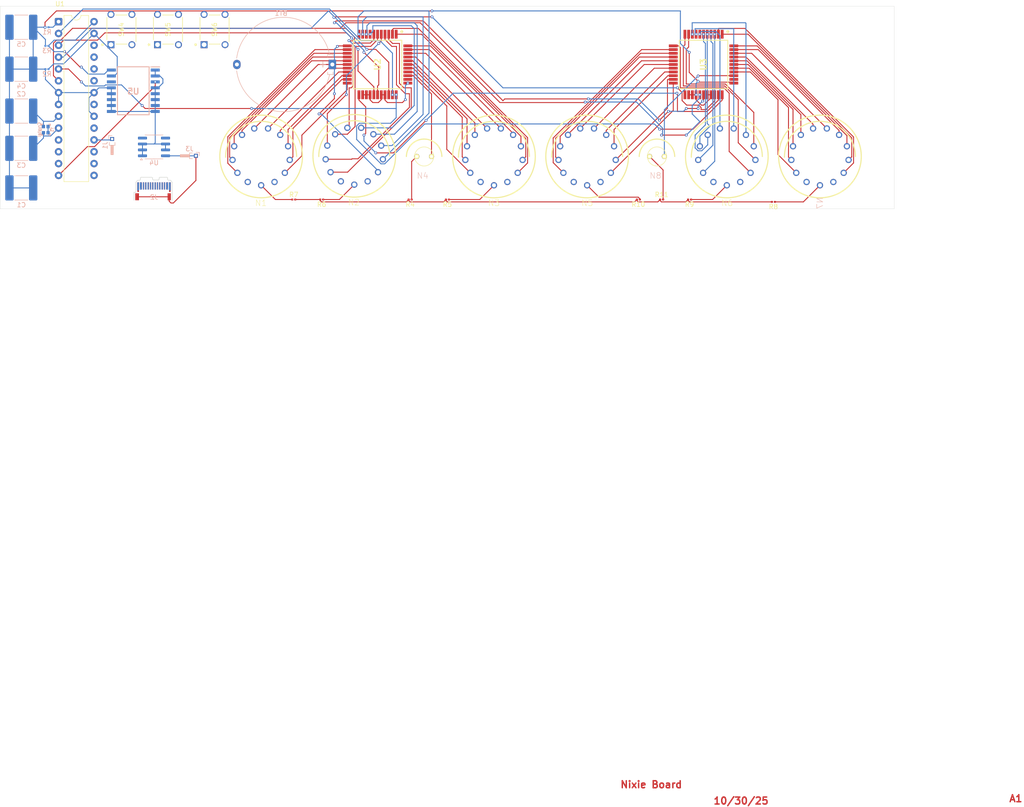
<source format=kicad_pcb>
(kicad_pcb (version 20241229) (generator "pcbnew") (generator_version "9.0")
  (layers (0 "F.Cu" signal) (2 "B.Cu" signal) (13 "F.Paste" user) (15 "B.Paste" user) (5 "F.SilkS" user "F.Silkscreen") (7 "B.SilkS" user "B.Silkscreen") (1 "F.Mask" user) (3 "B.Mask" user) (25 "Edge.Cuts" user))
  (net 0 "")
  (net 1 "Net-(U5-Vbat)")
  (net 2 "+5V")
  (net 3 "Net-(U1-XTAL1{slash}PB6)")
  (net 4 "Net-(U1-XTAL2{slash}PB7)")
  (net 5 "Net-(J1-Pin_1)")
  (net 7 "+12V")
  (net 9 "Net-(J2-VBUS-PadA9)")
  (net 10 "Net-(U2-HV8)")
  (net 11 "Net-(U2-HV9)")
  (net 12 "Net-(U2-HV4)")
  (net 13 "Net-(U2-HV5)")
  (net 15 "Net-(U2-HV1)")
  (net 16 "Net-(U2-HV2)")
  (net 18 "Net-(N1-PadA)")
  (net 19 "Net-(U2-HV6)")
  (net 20 "Net-(U2-HV10)")
  (net 21 "Net-(U2-HV3)")
  (net 22 "Net-(U2-HV7)")
  (net 23 "Net-(U2-HV17)")
  (net 24 "Net-(U2-HV13)")
  (net 25 "Net-(U2-HV15)")
  (net 26 "Net-(U2-HV18)")
  (net 27 "Net-(U2-HV20)")
  (net 29 "Net-(U2-HV16)")
  (net 30 "Net-(U2-HV12)")
  (net 31 "Net-(U2-HV14)")
  (net 32 "Net-(N2-PadA)")
  (net 34 "Net-(U2-HV19)")
  (net 35 "Net-(U2-HV11)")
  (net 37 "Net-(U2-HV28)")
  (net 38 "Net-(U2-HV30)")
  (net 39 "Net-(U2-HV24)")
  (net 40 "Net-(U2-HV22)")
  (net 41 "Net-(N3-PadA)")
  (net 42 "Net-(U2-HV23)")
  (net 43 "Net-(U2-HV26)")
  (net 44 "Net-(U2-HV29)")
  (net 46 "Net-(U2-HV21)")
  (net 47 "Net-(U2-HV25)")
  (net 48 "Net-(U2-HV27)")
  (net 49 "Net-(U2-HV31)")
  (net 50 "Net-(N4-PadA)")
  (net 51 "Net-(U3-HV8)")
  (net 52 "Net-(U3-HV6)")
  (net 54 "Net-(N5-PadA)")
  (net 55 "Net-(U3-HV2)")
  (net 56 "Net-(U3-HV9)")
  (net 57 "Net-(U3-HV5)")
  (net 58 "Net-(U3-HV7)")
  (net 59 "Net-(U3-HV4)")
  (net 61 "Net-(U3-HV3)")
  (net 62 "Net-(U3-HV1)")
  (net 63 "Net-(U3-HV10)")
  (net 65 "Net-(U3-HV13)")
  (net 66 "Net-(U3-HV11)")
  (net 67 "Net-(U3-HV17)")
  (net 68 "Net-(N6-PadA)")
  (net 69 "Net-(U3-HV20)")
  (net 70 "Net-(U3-HV14)")
  (net 71 "Net-(U3-HV19)")
  (net 73 "Net-(U3-HV18)")
  (net 74 "Net-(U3-HV15)")
  (net 75 "Net-(U3-HV16)")
  (net 76 "Net-(U3-HV12)")
  (net 77 "Net-(U3-HV21)")
  (net 78 "Net-(U3-HV26)")
  (net 79 "Net-(U3-HV29)")
  (net 80 "Net-(U3-HV27)")
  (net 81 "Net-(U3-HV22)")
  (net 82 "Net-(U3-HV28)")
  (net 84 "Net-(U3-HV30)")
  (net 85 "Net-(U3-HV24)")
  (net 86 "Net-(N7-PadA)")
  (net 87 "Net-(U3-HV23)")
  (net 88 "Net-(U3-HV25)")
  (net 90 "Net-(N8-PadA)")
  (net 91 "Net-(U3-HV31)")
  (net 92 "Net-(J1-Pin_5)")
  (net 93 "Net-(U1-PC4)")
  (net 94 "Net-(U1-PC5)")
  (net 95 "HT")
  (net 96 "Net-(U1-PD5)")
  (net 97 "Net-(U1-PD6)")
  (net 98 "Net-(U1-PD7)")
  (net 99 "Net-(J1-Pin_4)")
  (net 103 "Net-(U1-PD4)")
  (net 104 "Net-(U1-PB0)")
  (net 107 "Net-(J1-Pin_3)")
  (net 109 "Net-(U1-PD0)")
  (net 110 "Net-(U1-PD2)")
  (net 112 "Net-(U1-PD3)")
  (net 113 "Net-(U1-PD1)")
  (net 114 "Net-(U2-DATAOUT)")
  (footprint "nixies-us:nixies-us-IN-14" (layer "F.Cu") (at 230 54.75)
    (property "Reference" "N7")
    (property "Value" "~")
  )
  (footprint "nixies-us:nixies-us-IN-14" (layer "F.Cu") (at 160 54.75)
    (property "Reference" "N3")
    (property "Value" "~")
  )
  (footprint "Resistor_SMD:R_0201_0603Metric" (layer "F.Cu") (at 220 64.5 180)
    (property "Reference" "R8")
    (property "Value" "27K")
  )
  (footprint "footprints:SW4_1825910-G_TEC" (layer "F.Cu") (at 84 32 90)
    (property "Reference" "SW4")
    (property "Value" "2-1825910-7")
  )
  (footprint "nixies-us:nixies-us-IN-14" (layer "F.Cu") (at 110 54.75)
    (property "Reference" "N1")
    (property "Value" "~")
  )
  (footprint "Resistor_SMD:R_0201_0603Metric" (layer "F.Cu") (at 196 64)
    (property "Reference" "R11")
    (property "Value" "100K")
  )
  (footprint "Resistor_SMD:R_0201_0603Metric" (layer "F.Cu") (at 202 64 180)
    (property "Reference" "R9")
    (property "Value" "27K")
  )
  (footprint "nixies-us:nixies-us-IN-14" (layer "F.Cu") (at 130 54.61)
    (property "Reference" "N2")
    (property "Value" "~")
  )
  (footprint "Resistor_SMD:R_0201_0603Metric" (layer "F.Cu") (at 191 64 180)
    (property "Reference" "R10")
    (property "Value" "27K")
  )
  (footprint "footprints:SW4_1825910-G_TEC" (layer "F.Cu") (at 94 32 90)
    (property "Reference" "SW5")
    (property "Value" "2-1825910-7")
  )
  (footprint "russian-nixies:russian-nixies-IN-3" (layer "F.Cu") (at 145 54.75)
    (property "Reference" "N4")
    (property "Value" "IN-3")
  )
  (footprint "Resistor_SMD:R_0201_0603Metric" (layer "F.Cu") (at 150 64 180)
    (property "Reference" "R5")
    (property "Value" "27K")
  )
  (footprint "HV5622PG-G:QFP80P1390X1390X235-44N" (layer "F.Cu") (at 135 35 -90)
    (property "Reference" "U2")
    (property "Value" "HV5622" (hide yes))
  )
  (footprint "footprints:SW4_1825910-G_TEC" (layer "F.Cu") (at 104 32 90)
    (property "Reference" "SW6")
    (property "Value" "2-1825910-7")
  )
  (footprint "Package_DIP:DIP-28_W7.62mm" (layer "F.Cu") (at 66.5 25.8)
    (property "Reference" "U1")
    (property "Value" "ATmega328P-P")
  )
  (footprint "Resistor_SMD:R_0201_0603Metric" (layer "F.Cu") (at 142 64 180)
    (property "Reference" "R4")
    (property "Value" "100K")
  )
  (footprint "nixies-us:nixies-us-IN-14" (layer "F.Cu") (at 210 54.75)
    (property "Reference" "N6")
    (property "Value" "~")
  )
  (footprint "Resistor_SMD:R_0201_0603Metric" (layer "F.Cu") (at 117 64)
    (property "Reference" "R7")
    (property "Value" "27K")
  )
  (footprint "HV5622PG-G:QFP80P1390X1390X235-44N" (layer "F.Cu") (at 205 35 -90)
    (property "Reference" "U3")
    (property "Value" "HV5622" (hide yes))
  )
  (footprint "nixies-us:nixies-us-IN-14" (layer "F.Cu") (at 180 54.75)
    (property "Reference" "N5")
    (property "Value" "~")
  )
  (footprint "Resistor_SMD:R_0201_0603Metric" (layer "F.Cu") (at 123 64 180)
    (property "Reference" "R6")
    (property "Value" "27K")
  )
  (footprint "russian-nixies:russian-nixies-IN-3" (layer "F.Cu") (at 195 54.75)
    (property "Reference" "N8")
    (property "Value" "IN-3")
  )
  (footprint "Capacitor_SMD:C_2220_5750Metric" (layer "B.Cu") (at 58.5 45 180)
    (property "Reference" "C2")
    (property "Value" "22pF")
  )
  (footprint "DS3231SN#:SOIC127P1032X265-16N" (layer "B.Cu") (at 82.55 40.64 180)
    (property "Reference" "U5")
    (property "Value" "DS3231N" (hide yes))
  )
  (footprint "Capacitor_SMD:C_2220_5750Metric" (layer "B.Cu") (at 58.5 53)
    (property "Reference" "C3")
    (property "Value" "22pF")
  )
  (footprint "Capacitor_SMD:C_2220_5750Metric" (layer "B.Cu") (at 58.5 36)
    (property "Reference" "C4")
    (property "Value" "0.1uF")
  )
  (footprint "Battery:Battery_Panasonic_CR2032-HFN_Horizontal_CircularHoles" (layer "B.Cu") (at 125.295 34.999879 180)
    (property "Reference" "BT1")
    (property "Value" "Battery")
  )
  (footprint "Resistor_SMD:R_0201_0603Metric" (layer "B.Cu") (at 64 27)
    (property "Reference" "R1")
    (property "Value" "10K")
  )
  (footprint "Resistor_SMD:R_0201_0603Metric" (layer "B.Cu") (at 64 31)
    (property "Reference" "R3")
    (property "Value" "7K")
  )
  (footprint "Capacitor_SMD:C_2220_5750Metric" (layer "B.Cu") (at 58.5 27)
    (property "Reference" "C5")
    (property "Value" "0.1uF")
  )
  (footprint "Connector_USB:USB_C_Plug_JAE_DX07P024AJ1" (layer "B.Cu") (at 86.995 62.23)
    (property "Reference" "J2")
    (property "Value" "USB_C_Receptacle_PowerOnly_6P")
    (fp_line (start -4.3 0.2275) (end -3.9 0.2275) (stroke (width 0.1)) (layer "Edge.Cuts"))
    (fp_line (start -4.3 1.93) (end -4.3 0.2275) (stroke (width 0.1)) (layer "Edge.Cuts"))
    (fp_line (start -3.9 -1.9225) (end -3.9 0.2275) (stroke (width 0.1)) (layer "Edge.Cuts"))
    (fp_line (start -3.53 -2.3725) (end -3.9 -1.9225) (stroke (width 0.1)) (layer "Edge.Cuts"))
    (fp_line (start -3.125 -2.3725) (end -3.53 -2.3725) (stroke (width 0.1)) (layer "Edge.Cuts"))
    (fp_line (start -2.925 -2.8225) (end -2.925 -2.5725) (stroke (width 0.1)) (layer "Edge.Cuts"))
    (fp_line (start -0.5 -3.0225) (end -2.725 -3.0225) (stroke (width 0.1)) (layer "Edge.Cuts"))
    (fp_line (start -0.3 -2.6225) (end -0.3 -2.8225) (stroke (width 0.1)) (layer "Edge.Cuts"))
    (fp_line (start -0.1 -2.4225) (end 0.9 -2.4225) (stroke (width 0.1)) (layer "Edge.Cuts"))
    (fp_line (start 1.1 -2.8225) (end 1.1 -2.6225) (stroke (width 0.1)) (layer "Edge.Cuts"))
    (fp_line (start 1.3 -3.0225) (end 2.725 -3.0225) (stroke (width 0.1)) (layer "Edge.Cuts"))
    (fp_line (start 2.925 -2.8225) (end 2.925 -2.5725) (stroke (width 0.1)) (layer "Edge.Cuts"))
    (fp_line (start 3.125 -2.3725) (end 3.575 -2.3725) (stroke (width 0.1)) (layer "Edge.Cuts"))
    (fp_line (start 3.575 -2.3725) (end 3.9 -1.9225) (stroke (width 0.1)) (layer "Edge.Cuts"))
    (fp_line (start 3.9 -1.9225) (end 3.9 1.9175) (stroke (width 0.1)) (layer "Edge.Cuts"))
    (fp_arc (start -2.925 -2.8225) (mid -2.866421 -2.963921) (end -2.725 -3.0225) (stroke (width 0.1)) (layer "Edge.Cuts"))
    (fp_arc (start -2.925 -2.5725) (mid -2.983579 -2.431079) (end -3.125 -2.3725) (stroke (width 0.1)) (layer "Edge.Cuts"))
    (fp_arc (start -0.5 -3.0225) (mid -0.358579 -2.963921) (end -0.3 -2.8225) (stroke (width 0.1)) (layer "Edge.Cuts"))
    (fp_arc (start -0.1 -2.4225) (mid -0.241421 -2.481079) (end -0.3 -2.6225) (stroke (width 0.1)) (layer "Edge.Cuts"))
    (fp_arc (start 1.1 -2.8225) (mid 1.158579 -2.963921) (end 1.3 -3.0225) (stroke (width 0.1)) (layer "Edge.Cuts"))
    (fp_arc (start 1.1 -2.6225) (mid 1.041421 -2.481079) (end 0.9 -2.4225) (stroke (width 0.1)) (layer "Edge.Cuts"))
    (fp_arc (start 2.725 -3.0225) (mid 2.866421 -2.963921) (end 2.925 -2.8225) (stroke (width 0.1)) (layer "Edge.Cuts"))
    (fp_arc (start 3.125 -2.3725) (mid 2.983579 -2.431079) (end 2.925 -2.5725) (stroke (width 0.1)) (layer "Edge.Cuts"))
  )
  (footprint "Connector_PinHeader_1.00mm:PinHeader_1x01_P1.00mm_Horizontal" (layer "B.Cu") (at 95.99 54.61 180)
    (property "Reference" "J3")
    (property "Value" "Conn_01x03")
  )
  (footprint "Capacitor_SMD:C_2220_5750Metric" (layer "B.Cu") (at 58.5 61.5)
    (property "Reference" "C1")
    (property "Value" "0.1uF")
  )
  (footprint "Package_SO:SOIC-8_3.9x4.9mm_P1.27mm" (layer "B.Cu") (at 86.995 52.705)
    (property "Reference" "U4")
    (property "Value" "L78L05_SO8")
  )
  (footprint "nixiemisc:nixiemisc-CRYSTAL-SMD-2.0X1.6MM" (layer "B.Cu") (at 63.75 49 90)
    (property "Reference" "Y1")
    (property "Value" "Crystal")
  )
  (footprint "Resistor_SMD:R_0201_0603Metric" (layer "B.Cu") (at 64 36)
    (property "Reference" "R2")
    (property "Value" "7K")
  )
  (footprint "Connector_PinHeader_1.00mm:PinHeader_1x01_P1.00mm_Horizontal" (layer "B.Cu") (at 78 51 -90)
    (property "Reference" "J1")
    (property "Value" "Conn_02x03_Top_Bottom")
  )
  (gr_rect (start 53.95008 22.5) (end 245.95008 66) (stroke (width 0.05)) (fill no) (layer "Edge.Cuts"))
  (gr_text "A1" (at 270.5 193.5 0) (layer "F.Cu") (effects (font (size 1.5 1.5) (thickness 0.3) (bold yes)) (justify left bottom)))
  (gr_text "Nixie Board" (at 187 190.5 0) (layer "F.Cu") (effects (font (size 1.5 1.5) (thickness 0.3) (bold yes)) (justify left bottom)))
  (gr_text "10/30/25\n" (at 207 194 0) (layer "F.Cu") (effects (font (size 1.5 1.5) (thickness 0.3) (bold yes)) (justify left bottom)))
  (segment (start 203.4 42.597957) (end 203.4 41.5) (width 0.2) (layer "F.Cu") (net 2))
  (segment (start 146.685 23.495) (end 66.04 23.495) (width 0.2) (layer "F.Cu") (net 2))
  (segment (start 201.93 36.698) (end 201.93 32.385) (width 0.2) (layer "F.Cu") (net 2))
  (segment (start 140.335 43.18) (end 140.97 42.545) (width 0.2) (layer "F.Cu") (net 2))
  (segment (start 204.543522 43.741479) (end 203.4 42.597957) (width 0.2) (layer "F.Cu") (net 2))
  (segment (start 204.034 38.802) (end 203.835 38.603) (width 0.2) (layer "F.Cu") (net 2))
  (segment (start 211.302 38.802) (end 204.034 38.802) (width 0.2) (layer "F.Cu") (net 2))
  (segment (start 133.985 43.18) (end 135.172 43.18) (width 0.2) (layer "F.Cu") (net 2))
  (segment (start 137.13 43.18) (end 140.335 43.18) (width 0.2) (layer "F.Cu") (net 2))
  (segment (start 201.8 41.5) (end 202.6 41.5) (width 0.2) (layer "F.Cu") (net 2))
  (segment (start 206.6 42.15) (end 205.008521 43.741479) (width 0.2) (layer "F.Cu") (net 2))
  (segment (start 135.172 43.18) (end 135.8 42.552) (width 0.2) (layer "F.Cu") (net 2))
  (segment (start 132.6 41.5) (end 133.4 41.5) (width 0.2) (layer "F.Cu") (net 2))
  (segment (start 205.008521 43.741479) (end 204.543522 43.741479) (width 0.2) (layer "F.Cu") (net 2))
  (segment (start 66.04 23.495) (end 63.59 25.945) (width 0.2) (layer "F.Cu") (net 2))
  (segment (start 133.4 41.5) (end 133.4 42.595) (width 0.2) (layer "F.Cu") (net 2))
  (segment (start 206.6 41.5) (end 206.6 42.15) (width 0.2) (layer "F.Cu") (net 2))
  (segment (start 135.8 42.552) (end 135.8 41.5) (width 0.2) (layer "F.Cu") (net 2))
  (segment (start 205.8 41.5) (end 206.6 41.5) (width 0.2) (layer "F.Cu") (net 2))
  (segment (start 202.6 41.5) (end 203.4 41.5) (width 0.2) (layer "F.Cu") (net 2))
  (segment (start 63.59 25.945) (end 63.59 27.017958) (width 0.2) (layer "F.Cu") (net 2))
  (segment (start 136.6 41.5) (end 136.6 42.65) (width 0.2) (layer "F.Cu") (net 2))
  (segment (start 136.6 42.65) (end 137.13 43.18) (width 0.2) (layer "F.Cu") (net 2))
  (segment (start 131.8 41.5) (end 132.6 41.5) (width 0.2) (layer "F.Cu") (net 2))
  (segment (start 136.6 41.5) (end 135.8 41.5) (width 0.2) (layer "F.Cu") (net 2))
  (segment (start 133.4 42.595) (end 133.985 43.18) (width 0.2) (layer "F.Cu") (net 2))
  (segment (start 203.835 38.603) (end 201.93 36.698) (width 0.2) (layer "F.Cu") (net 2))
  (segment (start 211.5 39) (end 211.302 38.802) (width 0.2) (layer "F.Cu") (net 2))
  (via (at 201.93 32.385) (size 0.6) (drill 0.3) (layers "F.Cu" "B.Cu") (net 2))
  (via (at 141.5 39) (size 0.6) (drill 0.3) (layers "F.Cu" "B.Cu") (net 2))
  (via (at 63.59 27.017958) (size 0.6) (drill 0.3) (layers "F.Cu" "B.Cu") (net 2))
  (via (at 203.835 38.603) (size 0.6) (drill 0.3) (layers "F.Cu" "B.Cu") (net 2))
  (via (at 203.4 41.5) (size 0.6) (drill 0.3) (layers "F.Cu" "B.Cu") (net 2))
  (via (at 140.97 42.545) (size 0.6) (drill 0.3) (layers "F.Cu" "B.Cu") (net 2))
  (via (at 146.685 23.495) (size 0.6) (drill 0.3) (layers "F.Cu" "B.Cu") (net 2))
  (segment (start 200.025 23.495) (end 146.685 23.495) (width 0.2) (layer "B.Cu") (net 2))
  (segment (start 87.8815 40.005) (end 88.9 38.9865) (width 0.2) (layer "B.Cu") (net 2))
  (segment (start 66.5 41.04) (end 74.12 41.04) (width 0.2) (layer "B.Cu") (net 2))
  (segment (start 77.838 43.815) (end 77.838 42.545) (width 0.2) (layer "B.Cu") (net 2))
  (segment (start 88.265 37.465) (end 87.262 37.465) (width 0.2) (layer "B.Cu") (net 2))
  (segment (start 87.262 51.803) (end 86.995 52.07) (width 0.2) (layer "B.Cu") (net 2))
  (segment (start 63.68 36) (end 63.68 38.22) (width 0.2) (layer "B.Cu") (net 2))
  (segment (start 89.47 53.34) (end 89.47 52.07) (width 0.2) (layer "B.Cu") (net 2))
  (segment (start 77.838 45.085) (end 77.838 43.815) (width 0.2) (layer "B.Cu") (net 2))
  (segment (start 86.995 52.07) (end 89.47 52.07) (width 0.2) (layer "B.Cu") (net 2))
  (segment (start 55.95 27) (end 55.95 36) (width 0.2) (layer "B.Cu") (net 2))
  (segment (start 203.835 38.603) (end 203.4 39.038) (width 0.2) (layer "B.Cu") (net 2))
  (segment (start 88.9 38.1) (end 88.265 37.465) (width 0.2) (layer "B.Cu") (net 2))
  (segment (start 73.019 45.019) (end 73.019 42.141) (width 0.2) (layer "B.Cu") (net 2))
  (segment (start 64.24784 49.6731) (end 64.24784 48.3269) (width 0.2) (layer "B.Cu") (net 2))
  (segment (start 87.262 42.545) (end 87.262 41.275) (width 0.2) (layer "B.Cu") (net 2))
  (segment (start 87.262 43.815) (end 87.262 42.545) (width 0.2) (layer "B.Cu") (net 2))
  (segment (start 87.262 40.005) (end 87.8815 40.005) (width 0.2) (layer "B.Cu") (net 2))
  (segment (start 140.97 42.545) (end 140.97 39.53) (width 0.2) (layer "B.Cu") (net 2))
  (segment (start 77.838 40.005) (end 77.838 41.275) (width 0.2) (layer "B.Cu") (net 2))
  (segment (start 55.95 61.5) (end 55.95 53) (width 0.2) (layer "B.Cu") (net 2))
  (segment (start 88.9 38.9865) (end 88.9 38.1) (width 0.2) (layer "B.Cu") (net 2))
  (segment (start 77.838 40.005) (end 75.155 40.005) (width 0.2) (layer "B.Cu") (net 2))
  (segment (start 63.68 29.63) (end 61.05 27) (width 0.2) (layer "B.Cu") (net 2))
  (segment (start 84.52 52.07) (end 86.995 52.07) (width 0.2) (layer "B.Cu") (net 2))
  (segment (start 87.262 45.085) (end 87.262 43.815) (width 0.2) (layer "B.Cu") (net 2))
  (segment (start 87.262 45.085) (end 87.262 51.803) (width 0.2) (layer "B.Cu") (net 2))
  (segment (start 74.12 46.12) (end 73.019 45.019) (width 0.2) (layer "B.Cu") (net 2))
  (segment (start 61.05 61.5) (end 55.95 61.5) (width 0.2) (layer "B.Cu") (net 2))
  (segment (start 55.95 36) (end 61.05 36) (width 0.2) (layer "B.Cu") (net 2))
  (segment (start 63.68 36) (end 61.05 36) (width 0.2) (layer "B.Cu") (net 2))
  (segment (start 75.155 40.005) (end 74.12 41.04) (width 0.2) (layer "B.Cu") (net 2))
  (segment (start 87.262 37.465) (end 87.262 36.195) (width 0.2) (layer "B.Cu") (net 2))
  (segment (start 73.019 42.141) (end 74.12 41.04) (width 0.2) (layer "B.Cu") (net 2))
  (segment (start 87.262 40.005) (end 87.262 41.275) (width 0.2) (layer "B.Cu") (net 2))
  (segment (start 61.05 27) (end 63.68 27) (width 0.2) (layer "B.Cu") (net 2))
  (segment (start 63.68 31) (end 63.68 29.63) (width 0.2) (layer "B.Cu") (net 2))
  (segment (start 84.52 53.34) (end 84.52 54.61) (width 0.2) (layer "B.Cu") (net 2))
  (segment (start 55.95 53) (end 55.95 45) (width 0.2) (layer "B.Cu") (net 2))
  (segment (start 203.4 39.038) (end 203.4 41.5) (width 0.2) (layer "B.Cu") (net 2))
  (segment (start 66.5 41.04) (end 66.5 43.58) (width 0.2) (layer "B.Cu") (net 2))
  (segment (start 55.95 45) (end 55.95 36) (width 0.2) (layer "B.Cu") (net 2))
  (segment (start 63.68 38.22) (end 66.5 41.04) (width 0.2) (layer "B.Cu") (net 2))
  (segment (start 87.262 45.085) (end 77.838 45.085) (width 0.2) (layer "B.Cu") (net 2))
  (segment (start 77.838 42.545) (end 77.838 41.275) (width 0.2) (layer "B.Cu") (net 2))
  (segment (start 84.52 52.07) (end 84.52 53.34) (width 0.2) (layer "B.Cu") (net 2))
  (segment (start 61.05 27) (end 61.05 36) (width 0.2) (layer "B.Cu") (net 2))
  (segment (start 140.97 39.53) (end 141.5 39) (width 0.2) (layer "B.Cu") (net 2))
  (segment (start 201.93 32.385) (end 200.025 30.48) (width 0.2) (layer "B.Cu") (net 2))
  (segment (start 200.025 30.48) (end 200.025 23.495) (width 0.2) (layer "B.Cu") (net 2))
  (segment (start 65.41784 47.20216) (end 66.5 46.12) (width 0.2) (layer "B.Cu") (net 3))
  (segment (start 63.25216 48.3269) (end 63.25216 47.20216) (width 0.2) (layer "B.Cu") (net 3))
  (segment (start 63.25216 47.20216) (end 65.41784 47.20216) (width 0.2) (layer "B.Cu") (net 3))
  (segment (start 63.25216 47.20216) (end 61.05 45) (width 0.2) (layer "B.Cu") (net 3))
  (segment (start 63.25216 50.24775) (end 63.25216 49.6731) (width 0.2) (layer "B.Cu") (net 4))
  (segment (start 66.5 48.66) (end 64.81125 50.34875) (width 0.2) (layer "B.Cu") (net 4))
  (segment (start 64.81125 50.34875) (end 63.35316 50.34875) (width 0.2) (layer "B.Cu") (net 4))
  (segment (start 63.35316 50.34875) (end 63.25216 50.24775) (width 0.2) (layer "B.Cu") (net 4))
  (segment (start 63.25216 50.79784) (end 63.25216 49.6731) (width 0.2) (layer "B.Cu") (net 4))
  (segment (start 61.05 53) (end 63.25216 50.79784) (width 0.2) (layer "B.Cu") (net 4))
  (segment (start 77.8 51.2) (end 78 51) (width 0.2) (layer "B.Cu") (net 5))
  (segment (start 74.12 51.2) (end 77.8 51.2) (width 0.2) (layer "B.Cu") (net 5))
  (segment (start 91.143942 64.7485) (end 95.99 59.902442) (width 0.2) (layer "F.Cu") (net 7))
  (segment (start 83.37 63.4025) (end 90.265 63.4025) (width 0.2) (layer "F.Cu") (net 7))
  (segment (start 90.265 64.367442) (end 90.646058 64.7485) (width 0.2) (layer "F.Cu") (net 7))
  (segment (start 90.646058 64.7485) (end 91.143942 64.7485) (width 0.2) (layer "F.Cu") (net 7))
  (segment (start 95.99 59.902442) (end 95.99 54.61) (width 0.2) (layer "F.Cu") (net 7))
  (segment (start 90.265 63.4025) (end 90.265 64.367442) (width 0.2) (layer "F.Cu") (net 7))
  (segment (start 89.47 54.61) (end 95.99 54.61) (width 0.2) (layer "B.Cu") (net 7))
  (segment (start 121.093393 33.4) (end 128.5 33.4) (width 0.2) (layer "F.Cu") (net 10))
  (segment (start 104.21388 50.279513) (end 121.093393 33.4) (width 0.2) (layer "F.Cu") (net 10))
  (segment (start 104.21388 52.55544) (end 104.21388 50.279513) (width 0.2) (layer "F.Cu") (net 10))
  (segment (start 103.23978 50.686513) (end 121.326293 32.6) (width 0.2) (layer "F.Cu") (net 11))
  (segment (start 103.23978 54.87826) (end 103.23978 50.686513) (width 0.2) (layer "F.Cu") (net 11))
  (segment (start 121.326293 32.6) (end 128.5 32.6) (width 0.2) (layer "F.Cu") (net 11))
  (segment (start 103.85574 55.49422) (end 103.23978 54.87826) (width 0.2) (layer "F.Cu") (net 11))
  (segment (start 126.669773 36.6) (end 128.5 36.6) (width 0.2) (layer "F.Cu") (net 12))
  (segment (start 114.10464 50.11704) (end 114.10464 49.165133) (width 0.2) (layer "F.Cu") (net 12))
  (segment (start 114.10464 49.165133) (end 126.669773 36.6) (width 0.2) (layer "F.Cu") (net 12))
  (segment (start 124.42118 35.8) (end 128.5 35.8) (width 0.2) (layer "F.Cu") (net 13))
  (segment (start 111.48082 48.74036) (end 124.42118 35.8) (width 0.2) (layer "F.Cu") (net 13))
  (segment (start 118.745 54.61306) (end 118.745 50.165) (width 0.2) (layer "F.Cu") (net 15))
  (segment (start 115.0927 58.26536) (end 118.745 54.61306) (width 0.2) (layer "F.Cu") (net 15))
  (segment (start 118.745 50.165) (end 128.5 40.41) (width 0.2) (layer "F.Cu") (net 15))
  (segment (start 128.5 40.41) (end 128.5 39) (width 0.2) (layer "F.Cu") (net 15))
  (segment (start 116.14426 55.49422) (end 116.81736 54.82112) (width 0.2) (layer "F.Cu") (net 16))
  (segment (start 116.81736 54.82112) (end 116.81736 48.73264) (width 0.2) (layer "F.Cu") (net 16))
  (segment (start 127.35 38.2) (end 128.5 38.2) (width 0.2) (layer "F.Cu") (net 16))
  (segment (start 116.81736 48.73264) (end 127.35 38.2) (width 0.2) (layer "F.Cu") (net 16))
  (segment (start 110 60.93744) (end 113.06256 64) (width 0.2) (layer "F.Cu") (net 18))
  (segment (start 113.06256 64) (end 116.68 64) (width 0.2) (layer "F.Cu") (net 18))
  (segment (start 122.25954 35) (end 128.5 35) (width 0.2) (layer "F.Cu") (net 19))
  (segment (start 108.51918 48.74036) (end 122.25954 35) (width 0.2) (layer "F.Cu") (net 19))
  (segment (start 121.559193 31.8) (end 128.5 31.8) (width 0.2) (layer "F.Cu") (net 20))
  (segment (start 102.83878 56.19684) (end 102.83878 50.520413) (width 0.2) (layer "F.Cu") (net 20))
  (segment (start 102.83878 50.520413) (end 121.559193 31.8) (width 0.2) (layer "F.Cu") (net 20))
  (segment (start 104.9073 58.26536) (end 102.83878 56.19684) (width 0.2) (layer "F.Cu") (net 20))
  (segment (start 115.78612 48.96388) (end 127.35 37.4) (width 0.2) (layer "F.Cu") (net 21))
  (segment (start 115.78612 52.55544) (end 115.78612 48.96388) (width 0.2) (layer "F.Cu") (net 21))
  (segment (start 127.35 37.4) (end 128.5 37.4) (width 0.2) (layer "F.Cu") (net 21))
  (segment (start 120.860493 34.2) (end 128.5 34.2) (width 0.2) (layer "F.Cu") (net 22))
  (segment (start 105.89536 50.11704) (end 105.89536 49.165133) (width 0.2) (layer "F.Cu") (net 22))
  (segment (start 105.89536 49.165133) (end 120.860493 34.2) (width 0.2) (layer "F.Cu") (net 22))
  (segment (start 133.535 31.115) (end 130.175 31.115) (width 0.2) (layer "F.Cu") (net 23))
  (segment (start 130.175 48.322126) (end 128.520086 49.97704) (width 0.2) (layer "F.Cu") (net 23))
  (segment (start 128.520086 49.97704) (end 125.89536 49.97704) (width 0.2) (layer "F.Cu") (net 23))
  (segment (start 135 29.65) (end 133.535 31.115) (width 0.2) (layer "F.Cu") (net 23))
  (segment (start 130.175 31.115) (end 130.175 48.322126) (width 0.2) (layer "F.Cu") (net 23))
  (segment (start 135 28.5) (end 135 29.65) (width 0.2) (layer "F.Cu") (net 23))
  (via (at 131.8 28.5) (size 0.6) (drill 0.3) (layers "F.Cu" "B.Cu") (net 24))
  (segment (start 144.78 45.72) (end 144.78 24.765) (width 0.2) (layer "B.Cu") (net 24))
  (segment (start 144.78 24.765) (end 132.715 24.765) (width 0.2) (layer "B.Cu") (net 24))
  (segment (start 131.8 25.68) (end 131.8 28.5) (width 0.2) (layer "B.Cu") (net 24))
  (segment (start 132.715 24.765) (end 131.8 25.68) (width 0.2) (layer "B.Cu") (net 24))
  (segment (start 135.78612 52.41544) (end 138.08456 52.41544) (width 0.2) (layer "B.Cu") (net 24))
  (segment (start 138.08456 52.41544) (end 144.78 45.72) (width 0.2) (layer "B.Cu") (net 24))
  (via (at 133.4 28.5) (size 0.6) (drill 0.3) (layers "F.Cu" "B.Cu") (net 25))
  (segment (start 138.08964 48.60036) (end 142.875 43.815) (width 0.2) (layer "B.Cu") (net 25))
  (segment (start 133.985 26.67) (end 133.985 27.915) (width 0.2) (layer "B.Cu") (net 25))
  (segment (start 142.875 43.815) (end 142.875 27.305) (width 0.2) (layer "B.Cu") (net 25))
  (segment (start 142.24 26.67) (end 133.985 26.67) (width 0.2) (layer "B.Cu") (net 25))
  (segment (start 142.875 27.305) (end 142.24 26.67) (width 0.2) (layer "B.Cu") (net 25))
  (segment (start 131.48082 48.60036) (end 138.08964 48.60036) (width 0.2) (layer "B.Cu") (net 25))
  (segment (start 133.985 27.915) (end 133.4 28.5) (width 0.2) (layer "B.Cu") (net 25))
  (segment (start 124.21388 52.41544) (end 124.21388 45.544647) (width 0.2) (layer "F.Cu") (net 26))
  (segment (start 135.255 30.48) (end 135.8 29.935) (width 0.2) (layer "F.Cu") (net 26))
  (segment (start 135.8 29.935) (end 135.8 28.5) (width 0.2) (layer "F.Cu") (net 26))
  (segment (start 124.21388 45.544647) (end 128.305 41.453527) (width 0.2) (layer "F.Cu") (net 26))
  (via (at 135.255 30.48) (size 0.6) (drill 0.3) (layers "F.Cu" "B.Cu") (net 26))
  (via (at 128.305 41.453527) (size 0.6) (drill 0.3) (layers "F.Cu" "B.Cu") (net 26))
  (segment (start 128.305 41.453527) (end 128.305 37.43) (width 0.2) (layer "B.Cu") (net 26))
  (segment (start 128.305 37.43) (end 135.255 30.48) (width 0.2) (layer "B.Cu") (net 26))
  (segment (start 139.7 30.48) (end 138.23 30.48) (width 0.2) (layer "F.Cu") (net 27))
  (segment (start 124.9073 58.12536) (end 128.56464 58.12536) (width 0.2) (layer "F.Cu") (net 27))
  (segment (start 138.23 30.48) (end 137.4 29.65) (width 0.2) (layer "F.Cu") (net 27))
  (segment (start 140.653 40.005) (end 139.7 39.052) (width 0.2) (layer "F.Cu") (net 27))
  (segment (start 137.4 29.65) (end 137.4 28.5) (width 0.2) (layer "F.Cu") (net 27))
  (segment (start 128.56464 58.12536) (end 142.24 44.45) (width 0.2) (layer "F.Cu") (net 27))
  (segment (start 142.24 40.005) (end 140.653 40.005) (width 0.2) (layer "F.Cu") (net 27))
  (segment (start 142.24 44.45) (end 142.24 40.005) (width 0.2) (layer "F.Cu") (net 27))
  (segment (start 139.7 39.052) (end 139.7 30.48) (width 0.2) (layer "F.Cu") (net 27))
  (segment (start 133.451 30.399) (end 134.2 29.65) (width 0.2) (layer "F.Cu") (net 29))
  (segment (start 129.347 40.005) (end 129.751 39.601) (width 0.2) (layer "F.Cu") (net 29))
  (segment (start 128.51918 48.60036) (end 128.905 48.21454) (width 0.2) (layer "F.Cu") (net 29))
  (segment (start 134.2 29.65) (end 134.2 28.5) (width 0.2) (layer "F.Cu") (net 29))
  (segment (start 128.905 48.21454) (end 128.905 40.005) (width 0.2) (layer "F.Cu") (net 29))
  (segment (start 128.905 40.005) (end 129.347 40.005) (width 0.2) (layer "F.Cu") (net 29))
  (segment (start 129.751 39.601) (end 129.751 30.399) (width 0.2) (layer "F.Cu") (net 29))
  (segment (start 129.751 30.399) (end 133.451 30.399) (width 0.2) (layer "F.Cu") (net 29))
  (via (at 131 28.5) (size 0.6) (drill 0.3) (layers "F.Cu" "B.Cu") (net 30))
  (segment (start 132.08 23.495) (end 130.81 24.765) (width 0.2) (layer "B.Cu") (net 30))
  (segment (start 130.81 28.31) (end 131 28.5) (width 0.2) (layer "B.Cu") (net 30))
  (segment (start 146.05 45.44848) (end 146.05 23.495) (width 0.2) (layer "B.Cu") (net 30))
  (segment (start 130.81 24.765) (end 130.81 28.31) (width 0.2) (layer "B.Cu") (net 30))
  (segment (start 136.14426 55.35422) (end 146.05 45.44848) (width 0.2) (layer "B.Cu") (net 30))
  (segment (start 146.05 23.495) (end 132.08 23.495) (width 0.2) (layer "B.Cu") (net 30))
  (via (at 132.6 28.5) (size 0.6) (drill 0.3) (layers "F.Cu" "B.Cu") (net 31))
  (segment (start 133.35 26.035) (end 132.715 26.67) (width 0.2) (layer "B.Cu") (net 31))
  (segment (start 138.61796 49.97704) (end 143.51 45.085) (width 0.2) (layer "B.Cu") (net 31))
  (segment (start 134.10464 49.97704) (end 138.61796 49.97704) (width 0.2) (layer "B.Cu") (net 31))
  (segment (start 143.51 45.085) (end 143.51 26.67) (width 0.2) (layer "B.Cu") (net 31))
  (segment (start 132.715 26.67) (end 132.715 28.385) (width 0.2) (layer "B.Cu") (net 31))
  (segment (start 143.51 26.67) (end 142.875 26.035) (width 0.2) (layer "B.Cu") (net 31))
  (segment (start 142.875 26.035) (end 133.35 26.035) (width 0.2) (layer "B.Cu") (net 31))
  (segment (start 132.715 28.385) (end 132.6 28.5) (width 0.2) (layer "B.Cu") (net 31))
  (segment (start 123.32 64) (end 126.79744 64) (width 0.2) (layer "F.Cu") (net 32))
  (segment (start 126.79744 64) (end 130 60.79744) (width 0.2) (layer "F.Cu") (net 32))
  (segment (start 136.6 29.65) (end 138.065 31.115) (width 0.2) (layer "F.Cu") (net 34))
  (segment (start 129.54 55.245) (end 129.43078 55.35422) (width 0.2) (layer "F.Cu") (net 34))
  (segment (start 141.839 44.216) (end 130.81 55.245) (width 0.2) (layer "F.Cu") (net 34))
  (segment (start 140.97 41.275) (end 141.839 41.275) (width 0.2) (layer "F.Cu") (net 34))
  (segment (start 141.839 41.275) (end 141.839 44.216) (width 0.2) (layer "F.Cu") (net 34))
  (segment (start 139.065 31.115) (end 139.065 39.37) (width 0.2) (layer "F.Cu") (net 34))
  (segment (start 129.43078 55.35422) (end 123.85574 55.35422) (width 0.2) (layer "F.Cu") (net 34))
  (segment (start 138.065 31.115) (end 139.065 31.115) (width 0.2) (layer "F.Cu") (net 34))
  (segment (start 139.065 39.37) (end 140.97 41.275) (width 0.2) (layer "F.Cu") (net 34))
  (segment (start 130.81 55.245) (end 129.54 55.245) (width 0.2) (layer "F.Cu") (net 34))
  (segment (start 136.6 28.5) (end 136.6 29.65) (width 0.2) (layer "F.Cu") (net 34))
  (segment (start 125.73 42.33147) (end 125.73 41.275) (width 0.2) (layer "F.Cu") (net 35))
  (segment (start 122.448235 45.613235) (end 125.73 42.33147) (width 0.2) (layer "F.Cu") (net 35))
  (segment (start 126.365 31.115) (end 126.48 31) (width 0.2) (layer "F.Cu") (net 35))
  (segment (start 126.48 31) (end 128.5 31) (width 0.2) (layer "F.Cu") (net 35))
  (via (at 126.365 31.115) (size 0.6) (drill 0.3) (layers "F.Cu" "B.Cu") (net 35))
  (via (at 125.73 41.275) (size 0.6) (drill 0.3) (layers "F.Cu" "B.Cu") (net 35))
  (via (at 122.448235 45.613235) (size 0.6) (drill 0.3) (layers "F.Cu" "B.Cu") (net 35))
  (segment (start 125.73 31.75) (end 126.365 31.115) (width 0.2) (layer "B.Cu") (net 35))
  (segment (start 122.909141 45.613235) (end 122.448235 45.613235) (width 0.2) (layer "B.Cu") (net 35))
  (segment (start 135.0927 57.796794) (end 122.909141 45.613235) (width 0.2) (layer "B.Cu") (net 35))
  (segment (start 135.0927 58.12536) (end 135.0927 57.796794) (width 0.2) (layer "B.Cu") (net 35))
  (segment (start 125.73 41.275) (end 125.73 31.75) (width 0.2) (layer "B.Cu") (net 35))
  (segment (start 154.21388 52.55544) (end 154.21388 46.66188) (width 0.2) (layer "F.Cu") (net 37))
  (segment (start 142.552 35) (end 141.5 35) (width 0.2) (layer "F.Cu") (net 37))
  (segment (start 154.21388 46.66188) (end 142.552 35) (width 0.2) (layer "F.Cu") (net 37))
  (segment (start 154.9073 58.26536) (end 149.86 53.21806) (width 0.2) (layer "F.Cu") (net 38))
  (segment (start 149.86 43.908) (end 142.552 36.6) (width 0.2) (layer "F.Cu") (net 38))
  (segment (start 149.86 53.21806) (end 149.86 43.908) (width 0.2) (layer "F.Cu") (net 38))
  (segment (start 142.552 36.6) (end 141.5 36.6) (width 0.2) (layer "F.Cu") (net 38))
  (segment (start 141.5 31.8) (end 146.1 31.8) (width 0.2) (layer "F.Cu") (net 39))
  (segment (start 164.10464 49.80464) (end 164.10464 50.11704) (width 0.2) (layer "F.Cu") (net 39))
  (segment (start 146.1 31.8) (end 164.10464 49.80464) (width 0.2) (layer "F.Cu") (net 39))
  (segment (start 166.81736 50.885074) (end 144.432286 28.5) (width 0.2) (layer "F.Cu") (net 40))
  (segment (start 166.81736 54.82112) (end 166.81736 50.885074) (width 0.2) (layer "F.Cu") (net 40))
  (segment (start 166.14426 55.49422) (end 166.81736 54.82112) (width 0.2) (layer "F.Cu") (net 40))
  (segment (start 144.432286 28.5) (end 139 28.5) (width 0.2) (layer "F.Cu") (net 40))
  (segment (start 156.93744 64) (end 160 60.93744) (width 0.2) (layer "F.Cu") (net 41))
  (segment (start 150.32 64) (end 156.93744 64) (width 0.2) (layer "F.Cu") (net 41))
  (segment (start 141.5 31) (end 146.365186 31) (width 0.2) (layer "F.Cu") (net 42))
  (segment (start 165.78612 50.420934) (end 165.78612 52.55544) (width 0.2) (layer "F.Cu") (net 42))
  (segment (start 146.365186 31) (end 165.78612 50.420934) (width 0.2) (layer "F.Cu") (net 42))
  (segment (start 143.17882 33.4) (end 141.5 33.4) (width 0.2) (layer "F.Cu") (net 43))
  (segment (start 158.51918 48.74036) (end 143.17882 33.4) (width 0.2) (layer "F.Cu") (net 43))
  (segment (start 142.65 35.8) (end 153.18264 46.33264) (width 0.2) (layer "F.Cu") (net 44))
  (segment (start 153.18264 46.33264) (end 153.18264 54.82112) (width 0.2) (layer "F.Cu") (net 44))
  (segment (start 153.18264 54.82112) (end 153.85574 55.49422) (width 0.2) (layer "F.Cu") (net 44))
  (segment (start 141.5 35.8) (end 142.65 35.8) (width 0.2) (layer "F.Cu") (net 44))
  (segment (start 138.2 27.504) (end 138.2 28.5) (width 0.2) (layer "F.Cu") (net 46))
  (segment (start 167.21836 56.1397) (end 167.21836 50.718974) (width 0.2) (layer "F.Cu") (net 46))
  (segment (start 138.455 27.249) (end 138.2 27.504) (width 0.2) (layer "F.Cu") (net 46))
  (segment (start 143.748386 27.249) (end 138.455 27.249) (width 0.2) (layer "F.Cu") (net 46))
  (segment (start 167.21836 50.718974) (end 143.748386 27.249) (width 0.2) (layer "F.Cu") (net 46))
  (segment (start 165.0927 58.26536) (end 167.21836 56.1397) (width 0.2) (layer "F.Cu") (net 46))
  (segment (start 161.48082 48.74036) (end 145.34046 32.6) (width 0.2) (layer "F.Cu") (net 47))
  (segment (start 145.34046 32.6) (end 141.5 32.6) (width 0.2) (layer "F.Cu") (net 47))
  (segment (start 142.552 34.2) (end 141.5 34.2) (width 0.2) (layer "F.Cu") (net 48))
  (segment (start 155.89536 47.54336) (end 142.552 34.2) (width 0.2) (layer "F.Cu") (net 48))
  (segment (start 155.89536 50.11704) (end 155.89536 47.54336) (width 0.2) (layer "F.Cu") (net 48))
  (segment (start 141.5 37.4) (end 142.65 37.4) (width 0.2) (layer "F.Cu") (net 49))
  (segment (start 142.65 37.4) (end 146.5875 41.3375) (width 0.2) (layer "F.Cu") (net 49))
  (segment (start 146.5875 41.3375) (end 146.5875 54.75) (width 0.2) (layer "F.Cu") (net 49))
  (segment (start 142.32 55.8425) (end 143.4125 54.75) (width 0.2) (layer "F.Cu") (net 50))
  (segment (start 142.32 64) (end 142.32 55.8425) (width 0.2) (layer "F.Cu") (net 50))
  (segment (start 174.21388 52.55544) (end 174.21388 50.420934) (width 0.2) (layer "F.Cu") (net 51))
  (segment (start 191.234814 33.4) (end 198.5 33.4) (width 0.2) (layer "F.Cu") (net 51))
  (segment (start 174.21388 50.420934) (end 191.234814 33.4) (width 0.2) (layer "F.Cu") (net 51))
  (segment (start 192.25954 35) (end 198.5 35) (width 0.2) (layer "F.Cu") (net 52))
  (segment (start 178.51918 48.74036) (end 192.25954 35) (width 0.2) (layer "F.Cu") (net 52))
  (segment (start 190.97887 63.499) (end 182.56156 63.499) (width 0.2) (layer "F.Cu") (net 54))
  (segment (start 182.56156 63.499) (end 180 60.93744) (width 0.2) (layer "F.Cu") (net 54))
  (segment (start 191.32 63.84013) (end 190.97887 63.499) (width 0.2) (layer "F.Cu") (net 54))
  (segment (start 191.32 64) (end 191.32 63.84013) (width 0.2) (layer "F.Cu") (net 54))
  (segment (start 197.249 44.38948) (end 197.249 38.301) (width 0.2) (layer "F.Cu") (net 55))
  (segment (start 197.35 38.2) (end 198.5 38.2) (width 0.2) (layer "F.Cu") (net 55))
  (segment (start 186.14426 55.49422) (end 197.249 44.38948) (width 0.2) (layer "F.Cu") (net 55))
  (segment (start 197.249 38.301) (end 197.35 38.2) (width 0.2) (layer "F.Cu") (net 55))
  (segment (start 191.467714 32.6) (end 198.5 32.6) (width 0.2) (layer "F.Cu") (net 56))
  (segment (start 173.23978 54.87826) (end 173.23978 50.827934) (width 0.2) (layer "F.Cu") (net 56))
  (segment (start 173.23978 50.827934) (end 191.467714 32.6) (width 0.2) (layer "F.Cu") (net 56))
  (segment (start 173.85574 55.49422) (end 173.23978 54.87826) (width 0.2) (layer "F.Cu") (net 56))
  (segment (start 181.48082 48.74036) (end 194.42118 35.8) (width 0.2) (layer "F.Cu") (net 57))
  (segment (start 194.42118 35.8) (end 198.5 35.8) (width 0.2) (layer "F.Cu") (net 57))
  (segment (start 175.89536 50.11704) (end 175.89536 49.986594) (width 0.2) (layer "F.Cu") (net 58))
  (segment (start 191.681954 34.2) (end 198.5 34.2) (width 0.2) (layer "F.Cu") (net 58))
  (segment (start 175.89536 49.986594) (end 191.681954 34.2) (width 0.2) (layer "F.Cu") (net 58))
  (segment (start 196.669773 36.6) (end 198.5 36.6) (width 0.2) (layer "F.Cu") (net 59))
  (segment (start 184.10464 50.11704) (end 184.10464 49.165133) (width 0.2) (layer "F.Cu") (net 59))
  (segment (start 184.10464 49.165133) (end 196.669773 36.6) (width 0.2) (layer "F.Cu") (net 59))
  (segment (start 185.78612 52.55544) (end 185.78612 48.96388) (width 0.2) (layer "F.Cu") (net 61))
  (segment (start 197.35 37.4) (end 198.5 37.4) (width 0.2) (layer "F.Cu") (net 61))
  (segment (start 185.78612 48.96388) (end 197.35 37.4) (width 0.2) (layer "F.Cu") (net 61))
  (segment (start 198.5 44.85806) (end 198.5 39) (width 0.2) (layer "F.Cu") (net 62))
  (segment (start 185.0927 58.26536) (end 198.5 44.85806) (width 0.2) (layer "F.Cu") (net 62))
  (segment (start 191.700614 31.8) (end 198.5 31.8) (width 0.2) (layer "F.Cu") (net 63))
  (segment (start 172.72 56.07806) (end 172.72 50.780614) (width 0.2) (layer "F.Cu") (net 63))
  (segment (start 172.72 50.780614) (end 191.700614 31.8) (width 0.2) (layer "F.Cu") (net 63))
  (segment (start 174.9073 58.26536) (end 172.72 56.07806) (width 0.2) (layer "F.Cu") (net 63))
  (segment (start 209.6892 39.203) (end 201.295 39.203) (width 0.2) (layer "F.Cu") (net 65))
  (segment (start 215.78612 45.29992) (end 209.6892 39.203) (width 0.2) (layer "F.Cu") (net 65))
  (segment (start 201.8 31.245) (end 201.8 28.5) (width 0.2) (layer "F.Cu") (net 65))
  (segment (start 201.295 31.75) (end 201.8 31.245) (width 0.2) (layer "F.Cu") (net 65))
  (segment (start 201.295 39.203) (end 201.295 31.75) (width 0.2) (layer "F.Cu") (net 65))
  (segment (start 215.78612 52.55544) (end 215.78612 45.29992) (width 0.2) (layer "F.Cu") (net 65))
  (segment (start 210.50672 53.67938) (end 210.50672 41.15472) (width 0.2) (layer "F.Cu") (net 66))
  (segment (start 199.65 31) (end 198.5 31) (width 0.2) (layer "F.Cu") (net 66))
  (segment (start 200.025 31.375) (end 199.65 31) (width 0.2) (layer "F.Cu") (net 66))
  (segment (start 209.357 40.005) (end 200.025 40.005) (width 0.2) (layer "F.Cu") (net 66))
  (segment (start 200.025 40.005) (end 200.025 31.375) (width 0.2) (layer "F.Cu") (net 66))
  (segment (start 210.50672 41.15472) (end 209.357 40.005) (width 0.2) (layer "F.Cu") (net 66))
  (segment (start 215.0927 58.26536) (end 210.50672 53.67938) (width 0.2) (layer "F.Cu") (net 66))
  (via (at 205 28.5) (size 0.6) (drill 0.3) (layers "F.Cu" "B.Cu") (net 67))
  (segment (start 205.105 28.605) (end 205 28.5) (width 0.2) (layer "B.Cu") (net 67))
  (segment (start 204.617366 53.52954) (end 203.810394 53.52954) (width 0.2) (layer "B.Cu") (net 67))
  (segment (start 205 30.081) (end 205 28.5) (width 0.2) (layer "B.Cu") (net 67))
  (segment (start 203.2 52.919146) (end 203.2 50.165) (width 0.2) (layer "B.Cu") (net 67))
  (segment (start 205.89536 52.251546) (end 204.617366 53.52954) (width 0.2) (layer "B.Cu") (net 67))
  (segment (start 205.89536 50.11704) (end 205.89536 52.251546) (width 0.2) (layer "B.Cu") (net 67))
  (segment (start 205.399 47.966) (end 205.399 30.48) (width 0.2) (layer "B.Cu") (net 67))
  (segment (start 205.399 30.48) (end 205 30.081) (width 0.2) (layer "B.Cu") (net 67))
  (segment (start 203.2 50.165) (end 205.399 47.966) (width 0.2) (layer "B.Cu") (net 67))
  (segment (start 203.810394 53.52954) (end 203.2 52.919146) (width 0.2) (layer "B.Cu") (net 67))
  (segment (start 206.93744 64) (end 210 60.93744) (width 0.2) (layer "F.Cu") (net 68))
  (segment (start 202.32 64) (end 206.93744 64) (width 0.2) (layer "F.Cu") (net 68))
  (via (at 207.4 28.5) (size 0.6) (drill 0.3) (layers "F.Cu" "B.Cu") (net 69))
  (segment (start 207.4 55.77266) (end 207.4 28.5) (width 0.2) (layer "B.Cu") (net 69))
  (segment (start 204.9073 58.26536) (end 207.4 55.77266) (width 0.2) (layer "B.Cu") (net 69))
  (via (at 202.6 28.5) (size 0.6) (drill 0.3) (layers "F.Cu" "B.Cu") (net 70))
  (segment (start 213.995 26.035) (end 202.565 26.035) (width 0.2) (layer "B.Cu") (net 70))
  (segment (start 214.10464 26.14464) (end 213.995 26.035) (width 0.2) (layer "B.Cu") (net 70))
  (segment (start 214.10464 50.11704) (end 214.10464 26.14464) (width 0.2) (layer "B.Cu") (net 70))
  (segment (start 202.565 26.035) (end 202.565 28.465) (width 0.2) (layer "B.Cu") (net 70))
  (segment (start 202.565 28.465) (end 202.6 28.5) (width 0.2) (layer "B.Cu") (net 70))
  (via (at 206.6 28.5) (size 0.6) (drill 0.3) (layers "F.Cu" "B.Cu") (net 71))
  (segment (start 206.999 52.35096) (end 206.999 30.48) (width 0.2) (layer "B.Cu") (net 71))
  (segment (start 206.999 30.48) (end 206.6 30.081) (width 0.2) (layer "B.Cu") (net 71))
  (segment (start 203.85574 55.49422) (end 206.999 52.35096) (width 0.2) (layer "B.Cu") (net 71))
  (segment (start 206.6 30.081) (end 206.6 28.5) (width 0.2) (layer "B.Cu") (net 71))
  (via (at 205.8 28.5) (size 0.6) (drill 0.3) (layers "F.Cu" "B.Cu") (net 73))
  (segment (start 204.21388 50.42112) (end 206.375 48.26) (width 0.2) (layer "B.Cu") (net 73))
  (segment (start 205.8 47.685) (end 205.8 28.5) (width 0.2) (layer "B.Cu") (net 73))
  (segment (start 204.21388 52.55544) (end 204.21388 50.42112) (width 0.2) (layer "B.Cu") (net 73))
  (segment (start 206.375 48.26) (end 205.8 47.685) (width 0.2) (layer "B.Cu") (net 73))
  (via (at 203.4 28.5) (size 0.6) (drill 0.3) (layers "F.Cu" "B.Cu") (net 74))
  (segment (start 211.48082 27.33082) (end 211.455 27.305) (width 0.2) (layer "B.Cu") (net 74))
  (segment (start 211.48082 48.74036) (end 211.48082 27.33082) (width 0.2) (layer "B.Cu") (net 74))
  (segment (start 211.455 27.305) (end 203.2 27.305) (width 0.2) (layer "B.Cu") (net 74))
  (segment (start 203.2 27.305) (end 203.2 28.3) (width 0.2) (layer "B.Cu") (net 74))
  (segment (start 203.2 28.3) (end 203.4 28.5) (width 0.2) (layer "B.Cu") (net 74))
  (via (at 204.2 28.5) (size 0.6) (drill 0.3) (layers "F.Cu" "B.Cu") (net 75))
  (segment (start 208.51918 48.74036) (end 208.51918 28.769237) (width 0.2) (layer "B.Cu") (net 75))
  (segment (start 204.2 28.21) (end 204.2 28.5) (width 0.2) (layer "B.Cu") (net 75))
  (segment (start 208.51918 28.769237) (end 207.648943 27.899) (width 0.2) (layer "B.Cu") (net 75))
  (segment (start 204.511 27.899) (end 204.2 28.21) (width 0.2) (layer "B.Cu") (net 75))
  (segment (start 207.648943 27.899) (end 204.511 27.899) (width 0.2) (layer "B.Cu") (net 75))
  (segment (start 212.45492 42.53582) (end 209.5231 39.604) (width 0.2) (layer "F.Cu") (net 76))
  (segment (start 216.14426 55.49422) (end 212.45492 51.80488) (width 0.2) (layer "F.Cu") (net 76))
  (segment (start 209.5231 39.604) (end 200.66 39.604) (width 0.2) (layer "F.Cu") (net 76))
  (segment (start 200.66 31.115) (end 201 30.775) (width 0.2) (layer "F.Cu") (net 76))
  (segment (start 200.66 39.604) (end 200.66 31.115) (width 0.2) (layer "F.Cu") (net 76))
  (segment (start 212.45492 51.80488) (end 212.45492 42.53582) (width 0.2) (layer "F.Cu") (net 76))
  (segment (start 201 30.775) (end 201 28.5) (width 0.2) (layer "F.Cu") (net 76))
  (segment (start 208.2 27.35) (end 208.2 28.5) (width 0.2) (layer "F.Cu") (net 77))
  (segment (start 237.21836 56.1397) (end 237.21836 50.577553) (width 0.2) (layer "F.Cu") (net 77))
  (segment (start 213.889807 27.249) (end 208.301 27.249) (width 0.2) (layer "F.Cu") (net 77))
  (segment (start 237.21836 50.577553) (end 213.889807 27.249) (width 0.2) (layer "F.Cu") (net 77))
  (segment (start 208.301 27.249) (end 208.2 27.35) (width 0.2) (layer "F.Cu") (net 77))
  (segment (start 235.0927 58.26536) (end 237.21836 56.1397) (width 0.2) (layer "F.Cu") (net 77))
  (segment (start 228.51918 47.81578) (end 214.1034 33.4) (width 0.2) (layer "F.Cu") (net 78))
  (segment (start 228.51918 48.74036) (end 228.51918 47.81578) (width 0.2) (layer "F.Cu") (net 78))
  (segment (start 214.1034 33.4) (end 211.5 33.4) (width 0.2) (layer "F.Cu") (net 78))
  (segment (start 223.23978 44.23768) (end 223.23978 54.87826) (width 0.2) (layer "F.Cu") (net 79))
  (segment (start 211.5 35.8) (end 214.8021 35.8) (width 0.2) (layer "F.Cu") (net 79))
  (segment (start 214.8021 35.8) (end 223.23978 44.23768) (width 0.2) (layer "F.Cu") (net 79))
  (segment (start 223.23978 54.87826) (end 223.85574 55.49422) (width 0.2) (layer "F.Cu") (net 79))
  (segment (start 225.89536 50.11704) (end 225.89536 45.75906) (width 0.2) (layer "F.Cu") (net 80))
  (segment (start 214.3363 34.2) (end 211.5 34.2) (width 0.2) (layer "F.Cu") (net 80))
  (segment (start 225.89536 45.75906) (end 214.3363 34.2) (width 0.2) (layer "F.Cu") (net 80))
  (segment (start 214.573707 28.5) (end 209 28.5) (width 0.2) (layer "F.Cu") (net 81))
  (segment (start 236.81736 54.82112) (end 236.81736 50.743653) (width 0.2) (layer "F.Cu") (net 81))
  (segment (start 236.81736 50.743653) (end 214.573707 28.5) (width 0.2) (layer "F.Cu") (net 81))
  (segment (start 236.14426 55.49422) (end 236.81736 54.82112) (width 0.2) (layer "F.Cu") (net 81))
  (segment (start 214.5692 35) (end 211.5 35) (width 0.2) (layer "F.Cu") (net 82))
  (segment (start 224.21388 44.64468) (end 214.5692 35) (width 0.2) (layer "F.Cu") (net 82))
  (segment (start 224.21388 52.55544) (end 224.21388 44.64468) (width 0.2) (layer "F.Cu") (net 82))
  (segment (start 220.98 54.33806) (end 220.98 42.545) (width 0.2) (layer "F.Cu") (net 84))
  (segment (start 220.98 42.545) (end 215.035 36.6) (width 0.2) (layer "F.Cu") (net 84))
  (segment (start 224.9073 58.26536) (end 220.98 54.33806) (width 0.2) (layer "F.Cu") (net 84))
  (segment (start 215.035 36.6) (end 211.5 36.6) (width 0.2) (layer "F.Cu") (net 84))
  (segment (start 216.739507 31.8) (end 211.5 31.8) (width 0.2) (layer "F.Cu") (net 85))
  (segment (start 234.10464 49.165133) (end 216.739507 31.8) (width 0.2) (layer "F.Cu") (net 85))
  (segment (start 234.10464 50.11704) (end 234.10464 49.165133) (width 0.2) (layer "F.Cu") (net 85))
  (segment (start 220.32 64.5) (end 226.43744 64.5) (width 0.2) (layer "F.Cu") (net 86))
  (segment (start 226.43744 64.5) (end 230 60.93744) (width 0.2) (layer "F.Cu") (net 86))
  (segment (start 235.78612 50.279513) (end 216.506607 31) (width 0.2) (layer "F.Cu") (net 87))
  (segment (start 235.78612 52.55544) (end 235.78612 50.279513) (width 0.2) (layer "F.Cu") (net 87))
  (segment (start 216.506607 31) (end 211.5 31) (width 0.2) (layer "F.Cu") (net 87))
  (segment (start 215.34046 32.6) (end 211.5 32.6) (width 0.2) (layer "F.Cu") (net 88))
  (segment (start 231.48082 48.74036) (end 215.34046 32.6) (width 0.2) (layer "F.Cu") (net 88))
  (segment (start 196.32 64) (end 196.32 57.6575) (width 0.2) (layer "F.Cu") (net 90))
  (segment (start 196.32 57.6575) (end 193.4125 54.75) (width 0.2) (layer "F.Cu") (net 90))
  (segment (start 203.835 37.465) (end 203.9 37.4) (width 0.2) (layer "F.Cu") (net 91))
  (segment (start 203.9 37.4) (end 211.5 37.4) (width 0.2) (layer "F.Cu") (net 91))
  (via (at 203.835 37.465) (size 0.6) (drill 0.3) (layers "F.Cu" "B.Cu") (net 91))
  (segment (start 196.5875 44.7125) (end 203.835 37.465) (width 0.2) (layer "B.Cu") (net 91))
  (segment (start 196.5875 54.75) (end 196.5875 44.7125) (width 0.2) (layer "B.Cu") (net 91))
  (segment (start 64.32 27) (end 65.3 27) (width 0.2) (layer "B.Cu") (net 92))
  (segment (start 65.3 27) (end 66.5 25.8) (width 0.2) (layer "B.Cu") (net 92))
  (segment (start 79.1015 36.839) (end 78.4755 37.465) (width 0.2) (layer "B.Cu") (net 93))
  (segment (start 78.4755 37.465) (end 77.838 37.465) (width 0.2) (layer "B.Cu") (net 93))
  (segment (start 65.461 34.859) (end 67.601 34.859) (width 0.2) (layer "B.Cu") (net 93))
  (segment (start 79.1015 33.3215) (end 79.1015 36.839) (width 0.2) (layer "B.Cu") (net 93))
  (segment (start 74.12 28.34) (end 79.1015 33.3215) (width 0.2) (layer "B.Cu") (net 93))
  (segment (start 64.32 36) (end 65.461 34.859) (width 0.2) (layer "B.Cu") (net 93))
  (segment (start 67.601 34.859) (end 74.12 28.34) (width 0.2) (layer "B.Cu") (net 93))
  (segment (start 67.80721 32.24721) (end 71.12 35.56) (width 0.2) (layer "F.Cu") (net 94))
  (segment (start 71.12 35.56) (end 71.393975 35.56) (width 0.2) (layer "F.Cu") (net 94))
  (via (at 67.80721 32.24721) (size 0.6) (drill 0.3) (layers "F.Cu" "B.Cu") (net 94))
  (via (at 71.393975 35.56) (size 0.6) (drill 0.3) (layers "F.Cu" "B.Cu") (net 94))
  (segment (start 65.541 29.779) (end 70.141 29.779) (width 0.2) (layer "B.Cu") (net 94))
  (segment (start 65.56721 32.24721) (end 67.80721 32.24721) (width 0.2) (layer "B.Cu") (net 94))
  (segment (start 64.32 31) (end 65.56721 32.24721) (width 0.2) (layer "B.Cu") (net 94))
  (segment (start 72.894975 37.061) (end 76.3345 37.061) (width 0.2) (layer "B.Cu") (net 94))
  (segment (start 64.32 31) (end 65.541 29.779) (width 0.2) (layer "B.Cu") (net 94))
  (segment (start 70.141 29.779) (end 74.12 25.8) (width 0.2) (layer "B.Cu") (net 94))
  (segment (start 71.393975 35.56) (end 72.894975 37.061) (width 0.2) (layer "B.Cu") (net 94))
  (segment (start 77.2005 36.195) (end 77.838 36.195) (width 0.2) (layer "B.Cu") (net 94))
  (segment (start 76.3345 37.061) (end 77.2005 36.195) (width 0.2) (layer "B.Cu") (net 94))
  (segment (start 190.68 64) (end 190.179 64.501) (width 0.2) (layer "F.Cu") (net 95))
  (segment (start 195.179 64.501) (end 195.5625 64.1175) (width 0.2) (layer "F.Cu") (net 95))
  (segment (start 141.981001 64.501) (end 141.68 64.199999) (width 0.2) (layer "F.Cu") (net 95))
  (segment (start 190.68 64.199999) (end 190.981001 64.501) (width 0.2) (layer "F.Cu") (net 95))
  (segment (start 201.980001 64.5) (end 201.68 64.199999) (width 0.2) (layer "F.Cu") (net 95))
  (segment (start 201.68 64) (end 201.179 64.501) (width 0.2) (layer "F.Cu") (net 95))
  (segment (start 149.981001 64.501) (end 149.68 64.199999) (width 0.2) (layer "F.Cu") (net 95))
  (segment (start 141.68 64.199999) (end 141.68 64) (width 0.2) (layer "F.Cu") (net 95))
  (segment (start 201.179 64.501) (end 195.946 64.501) (width 0.2) (layer "F.Cu") (net 95))
  (segment (start 190.981001 64.501) (end 195.179 64.501) (width 0.2) (layer "F.Cu") (net 95))
  (segment (start 141.179 64.501) (end 122.981001 64.501) (width 0.2) (layer "F.Cu") (net 95))
  (segment (start 195.5625 64.1175) (end 195.68 64) (width 0.2) (layer "F.Cu") (net 95))
  (segment (start 190.179 64.501) (end 149.981001 64.501) (width 0.2) (layer "F.Cu") (net 95))
  (segment (start 201.68 64.199999) (end 201.68 64) (width 0.2) (layer "F.Cu") (net 95))
  (segment (start 141.68 64) (end 141.179 64.501) (width 0.2) (layer "F.Cu") (net 95))
  (segment (start 219.68 64.5) (end 201.980001 64.5) (width 0.2) (layer "F.Cu") (net 95))
  (segment (start 195.946 64.501) (end 195.5625 64.1175) (width 0.2) (layer "F.Cu") (net 95))
  (segment (start 190.68 64) (end 190.68 64.199999) (width 0.2) (layer "F.Cu") (net 95))
  (segment (start 149.179 64.501) (end 141.981001 64.501) (width 0.2) (layer "F.Cu") (net 95))
  (segment (start 117.32 64) (end 122.68 64) (width 0.2) (layer "F.Cu") (net 95))
  (segment (start 122.981001 64.501) (end 122.68 64.199999) (width 0.2) (layer "F.Cu") (net 95))
  (segment (start 149.68 64.199999) (end 149.68 64) (width 0.2) (layer "F.Cu") (net 95))
  (segment (start 149.68 64) (end 149.179 64.501) (width 0.2) (layer "F.Cu") (net 95))
  (segment (start 122.68 64.199999) (end 122.68 64) (width 0.2) (layer "F.Cu") (net 95))
  (segment (start 130.81 36.4) (end 130.81 31.75) (width 0.2) (layer "F.Cu") (net 103))
  (segment (start 134.2 41.5) (end 134.2 39.79) (width 0.2) (layer "F.Cu") (net 103))
  (segment (start 127 27.239) (end 128.204 26.035) (width 0.2) (layer "F.Cu") (net 103))
  (segment (start 128.205413 27.239) (end 127 27.239) (width 0.2) (layer "F.Cu") (net 103))
  (segment (start 127 27.239) (end 69.49605 27.239) (width 0.2) (layer "F.Cu") (net 103))
  (segment (start 128.902861 29.917765) (end 129.682178 29.917765) (width 0.2) (layer "F.Cu") (net 103))
  (segment (start 65.399 37.399) (end 66.5 38.5) (width 0.2) (layer "F.Cu") (net 103))
  (segment (start 195.9875 50.165) (end 201.295 50.165) (width 0.2) (layer "F.Cu") (net 103))
  (segment (start 65.399 30.42395) (end 65.399 37.399) (width 0.2) (layer "F.Cu") (net 103))
  (segment (start 128.204 26.035) (end 144.145 26.035) (width 0.2) (layer "F.Cu") (net 103))
  (segment (start 130.034235 29.067822) (end 128.205413 27.239) (width 0.2) (layer "F.Cu") (net 103))
  (segment (start 161.29 43.18) (end 179.472084 43.18) (width 0.2) (layer "F.Cu") (net 103))
  (segment (start 134.2 39.79) (end 130.81 36.4) (width 0.2) (layer "F.Cu") (net 103))
  (segment (start 179.472084 43.18) (end 179.588542 43.063542) (width 0.2) (layer "F.Cu") (net 103))
  (segment (start 69.49605 27.239) (end 66.95605 29.779) (width 0.2) (layer "F.Cu") (net 103))
  (segment (start 130.034235 29.565708) (end 130.034235 29.067822) (width 0.2) (layer "F.Cu") (net 103))
  (segment (start 144.145 26.035) (end 161.29 43.18) (width 0.2) (layer "F.Cu") (net 103))
  (segment (start 129.682178 29.917765) (end 130.034235 29.565708) (width 0.2) (layer "F.Cu") (net 103))
  (segment (start 66.04395 29.779) (end 65.399 30.42395) (width 0.2) (layer "F.Cu") (net 103))
  (segment (start 128.867548 29.882452) (end 128.902861 29.917765) (width 0.2) (layer "F.Cu") (net 103))
  (segment (start 66.95605 29.779) (end 66.04395 29.779) (width 0.2) (layer "F.Cu") (net 103))
  (via (at 204.2 41.5) (size 0.6) (drill 0.3) (layers "F.Cu" "B.Cu") (net 103))
  (via (at 130.81 31.75) (size 0.6) (drill 0.3) (layers "F.Cu" "B.Cu") (net 103))
  (via (at 179.588542 43.063542) (size 0.6) (drill 0.3) (layers "F.Cu" "B.Cu") (net 103))
  (via (at 128.867548 29.882452) (size 0.6) (drill 0.3) (layers "F.Cu" "B.Cu") (net 103))
  (via (at 201.295 50.165) (size 0.6) (drill 0.3) (layers "F.Cu" "B.Cu") (net 103))
  (via (at 195.9875 50.165) (size 0.6) (drill 0.3) (layers "F.Cu" "B.Cu") (net 103))
  (segment (start 196.181 48.646057) (end 196.181 49.9715) (width 0.2) (layer "B.Cu") (net 103))
  (segment (start 130.81 31.75) (end 128.942452 29.882452) (width 0.2) (layer "B.Cu") (net 103))
  (segment (start 190.598485 43.063542) (end 196.181 48.646057) (width 0.2) (layer "B.Cu") (net 103))
  (segment (start 128.942452 29.882452) (end 128.867548 29.882452) (width 0.2) (layer "B.Cu") (net 103))
  (segment (start 202.565 45.625) (end 202.565 43.815) (width 0.2) (layer "B.Cu") (net 103))
  (segment (start 201.295 50.165) (end 204.2 47.26) (width 0.2) (layer "B.Cu") (net 103))
  (segment (start 202.565 43.815) (end 204.2 42.18) (width 0.2) (layer "B.Cu") (net 103))
  (segment (start 179.588542 43.063542) (end 190.598485 43.063542) (width 0.2) (layer "B.Cu") (net 103))
  (segment (start 196.181 49.9715) (end 195.9875 50.165) (width 0.2) (layer "B.Cu") (net 103))
  (segment (start 204.2 42.18) (end 204.2 41.5) (width 0.2) (layer "B.Cu") (net 103))
  (segment (start 204.2 47.26) (end 202.565 45.625) (width 0.2) (layer "B.Cu") (net 103))
  (segment (start 72.681 52.639) (end 74.23805 52.639) (width 0.2) (layer "F.Cu") (net 104))
  (segment (start 74.23805 52.639) (end 87.262 39.61505) (width 0.2) (layer "F.Cu") (net 104))
  (segment (start 87.262 39.61505) (end 87.262 38.735) (width 0.2) (layer "F.Cu") (net 104))
  (segment (start 66.5 58.82) (end 72.681 52.639) (width 0.2) (layer "F.Cu") (net 104))
  (via (at 87.262 38.735) (size 0.6) (drill 0.3) (layers "F.Cu" "B.Cu") (net 104))
  (via (at 138.2 41.5) (size 0.6) (drill 0.3) (layers "F.Cu" "B.Cu") (net 109))
  (segment (start 124.701 23.101) (end 131.479 29.879) (width 0.2) (layer "B.Cu") (net 109))
  (segment (start 71.739 23.101) (end 124.701 23.101) (width 0.2) (layer "B.Cu") (net 109))
  (segment (start 135.503943 29.879) (end 138.2 32.575057) (width 0.2) (layer "B.Cu") (net 109))
  (segment (start 138.2 32.575057) (end 138.2 41.5) (width 0.2) (layer "B.Cu") (net 109))
  (segment (start 131.479 29.879) (end 135.503943 29.879) (width 0.2) (layer "B.Cu") (net 109))
  (segment (start 66.5 28.34) (end 71.739 23.101) (width 0.2) (layer "B.Cu") (net 109))
  (segment (start 203.965943 43.731) (end 204.47 44.235057) (width 0.2) (layer "F.Cu") (net 110))
  (segment (start 204.47 44.684) (end 205.506 44.684) (width 0.2) (layer "F.Cu") (net 110))
  (segment (start 201.379 43.731) (end 203.965943 43.731) (width 0.2) (layer "F.Cu") (net 110))
  (segment (start 137.4 34.53) (end 134.62 31.75) (width 0.2) (layer "F.Cu") (net 110))
  (segment (start 205.506 44.684) (end 207.4 42.79) (width 0.2) (layer "F.Cu") (net 110))
  (segment (start 199.39 40.005) (end 200.399 41.014) (width 0.2) (layer "F.Cu") (net 110))
  (segment (start 134.62 31.75) (end 132.715 31.75) (width 0.2) (layer "F.Cu") (net 110))
  (segment (start 200.399 41.014) (end 200.399 42.751) (width 0.2) (layer "F.Cu") (net 110))
  (segment (start 137.4 41.5) (end 137.4 34.53) (width 0.2) (layer "F.Cu") (net 110))
  (segment (start 207.4 42.79) (end 207.4 41.5) (width 0.2) (layer "F.Cu") (net 110))
  (segment (start 125.73 24.765) (end 125.623235 24.871765) (width 0.2) (layer "F.Cu") (net 110))
  (segment (start 204.47 44.235057) (end 204.47 44.684) (width 0.2) (layer "F.Cu") (net 110))
  (segment (start 146.685 24.765) (end 125.73 24.765) (width 0.2) (layer "F.Cu") (net 110))
  (segment (start 200.399 42.751) (end 201.379 43.731) (width 0.2) (layer "F.Cu") (net 110))
  (via (at 146.685 24.765) (size 0.6) (drill 0.3) (layers "F.Cu" "B.Cu") (net 110))
  (via (at 125.623235 24.871765) (size 0.6) (drill 0.3) (layers "F.Cu" "B.Cu") (net 110))
  (via (at 199.39 40.005) (size 0.6) (drill 0.3) (layers "F.Cu" "B.Cu") (net 110))
  (via (at 132.715 31.75) (size 0.6) (drill 0.3) (layers "F.Cu" "B.Cu") (net 110))
  (segment (start 161.925 40.005) (end 146.685 24.765) (width 0.2) (layer "B.Cu") (net 110))
  (segment (start 132.715 31.75) (end 124.467 23.502) (width 0.2) (layer "B.Cu") (net 110))
  (segment (start 124.46 23.502) (end 120.723 27.239) (width 0.2) (layer "B.Cu") (net 110))
  (segment (start 124.467 23.502) (end 124.46 23.502) (width 0.2) (layer "B.Cu") (net 110))
  (segment (start 73.66395 27.239) (end 67.48295 33.42) (width 0.2) (layer "B.Cu") (net 110))
  (segment (start 120.723 27.239) (end 73.66395 27.239) (width 0.2) (layer "B.Cu") (net 110))
  (segment (start 67.48295 33.42) (end 66.5 33.42) (width 0.2) (layer "B.Cu") (net 110))
  (segment (start 199.39 40.005) (end 161.925 40.005) (width 0.2) (layer "B.Cu") (net 110))
  (segment (start 68.618975 35.96) (end 71.393975 38.735) (width 0.2) (layer "F.Cu") (net 112))
  (segment (start 209 42.65) (end 202.755 48.895) (width 0.2) (layer "F.Cu") (net 112))
  (segment (start 209 41.5) (end 209 42.65) (width 0.2) (layer "F.Cu") (net 112))
  (segment (start 202.755 48.895) (end 195.58 48.895) (width 0.2) (layer "F.Cu") (net 112))
  (segment (start 85.09 44.45) (end 107.95 44.45) (width 0.2) (layer "F.Cu") (net 112))
  (segment (start 66.5 35.96) (end 68.618975 35.96) (width 0.2) (layer "F.Cu") (net 112))
  (segment (start 84.455 43.815) (end 85.09 44.45) (width 0.2) (layer "F.Cu") (net 112))
  (via (at 107.95 44.45) (size 0.6) (drill 0.3) (layers "F.Cu" "B.Cu") (net 112))
  (via (at 84.455 43.815) (size 0.6) (drill 0.3) (layers "F.Cu" "B.Cu") (net 112))
  (via (at 139 41.5) (size 0.6) (drill 0.3) (layers "F.Cu" "B.Cu") (net 112))
  (via (at 195.58 48.895) (size 0.6) (drill 0.3) (layers "F.Cu" "B.Cu") (net 112))
  (via (at 71.393975 38.735) (size 0.6) (drill 0.3) (layers "F.Cu" "B.Cu") (net 112))
  (segment (start 107.95 44.45) (end 139 44.45) (width 0.2) (layer "B.Cu") (net 112))
  (segment (start 76.5745 39.379) (end 80.019 39.379) (width 0.2) (layer "B.Cu") (net 112))
  (segment (start 72.262975 39.604) (end 76.3495 39.604) (width 0.2) (layer "B.Cu") (net 112))
  (segment (start 194.45126 47.76626) (end 145.109806 47.76626) (width 0.2) (layer "B.Cu") (net 112))
  (segment (start 145.109806 47.76626) (end 136.547746 56.32832) (width 0.2) (layer "B.Cu") (net 112))
  (segment (start 195.58 48.895) (end 194.45126 47.76626) (width 0.2) (layer "B.Cu") (net 112))
  (segment (start 139 46.42) (end 139 44.45) (width 0.2) (layer "B.Cu") (net 112))
  (segment (start 131.078594 47.625) (end 137.795 47.625) (width 0.2) (layer "B.Cu") (net 112))
  (segment (start 130.50672 48.196874) (end 131.078594 47.625) (width 0.2) (layer "B.Cu") (net 112))
  (segment (start 130.50672 51.094266) (end 130.50672 48.196874) (width 0.2) (layer "B.Cu") (net 112))
  (segment (start 137.795 47.625) (end 139 46.42) (width 0.2) (layer "B.Cu") (net 112))
  (segment (start 135.740774 56.32832) (end 130.50672 51.094266) (width 0.2) (layer "B.Cu") (net 112))
  (segment (start 80.019 39.379) (end 84.455 43.815) (width 0.2) (layer "B.Cu") (net 112))
  (segment (start 71.393975 38.735) (end 72.262975 39.604) (width 0.2) (layer "B.Cu") (net 112))
  (segment (start 76.3495 39.604) (end 76.5745 39.379) (width 0.2) (layer "B.Cu") (net 112))
  (segment (start 136.547746 56.32832) (end 135.740774 56.32832) (width 0.2) (layer "B.Cu") (net 112))
  (segment (start 139 44.45) (end 139 41.5) (width 0.2) (layer "B.Cu") (net 112))
  (segment (start 201.295 44.45) (end 203.835 44.45) (width 0.2) (layer "F.Cu") (net 113))
  (segment (start 205 42.65) (end 205 41.5) (width 0.2) (layer "F.Cu") (net 113))
  (segment (start 67.601 29.779) (end 74.864 29.779) (width 0.2) (layer "F.Cu") (net 113))
  (segment (start 74.864 29.779) (end 76.444 28.199) (width 0.2) (layer "F.Cu") (net 113))
  (segment (start 128.31547 28.199) (end 129.433235 29.316765) (width 0.2) (layer "F.Cu") (net 113))
  (segment (start 204.799 42.850748) (end 205 42.649748) (width 0.2) (layer "F.Cu") (net 113))
  (segment (start 205 42.649748) (end 205 41.5) (width 0.2) (layer "F.Cu") (net 113))
  (segment (start 76.444 28.199) (end 128.31547 28.199) (width 0.2) (layer "F.Cu") (net 113))
  (segment (start 135.255 35.56) (end 135.255 39.37) (width 0.2) (layer "F.Cu") (net 113))
  (segment (start 66.5 30.88) (end 67.601 29.779) (width 0.2) (layer "F.Cu") (net 113))
  (segment (start 126.131 25.634) (end 144.78 25.634) (width 0.2) (layer "F.Cu") (net 113))
  (segment (start 195.549765 46.959765) (end 197.454765 45.054767) (width 0.2) (layer "F.Cu") (net 113))
  (segment (start 197.454765 45.054767) (end 197.454765 45.054765) (width 0.2) (layer "F.Cu") (net 113))
  (segment (start 135 39.625) (end 135.255 39.37) (width 0.2) (layer "F.Cu") (net 113))
  (segment (start 135 41.5) (end 135 39.625) (width 0.2) (layer "F.Cu") (net 113))
  (segment (start 144.78 25.634) (end 161.925 42.779) (width 0.2) (layer "F.Cu") (net 113))
  (segment (start 125.73 26.035) (end 126.131 25.634) (width 0.2) (layer "F.Cu") (net 113))
  (segment (start 161.925 42.779) (end 162.316187 42.387813) (width 0.2) (layer "F.Cu") (net 113))
  (segment (start 162.316187 42.387813) (end 180.264271 42.387813) (width 0.2) (layer "F.Cu") (net 113))
  (segment (start 132.08 32.385) (end 135.255 35.56) (width 0.2) (layer "F.Cu") (net 113))
  (via (at 204.799 42.850748) (size 0.6) (drill 0.3) (layers "F.Cu" "B.Cu") (net 113))
  (via (at 203.835 44.45) (size 0.6) (drill 0.3) (layers "F.Cu" "B.Cu") (net 113))
  (via (at 180.264271 42.387813) (size 0.6) (drill 0.3) (layers "F.Cu" "B.Cu") (net 113))
  (via (at 125.73 26.035) (size 0.6) (drill 0.3) (layers "F.Cu" "B.Cu") (net 113))
  (via (at 197.454765 45.054765) (size 0.6) (drill 0.3) (layers "F.Cu" "B.Cu") (net 113))
  (via (at 195.549765 46.959765) (size 0.6) (drill 0.3) (layers "F.Cu" "B.Cu") (net 113))
  (via (at 132.08 32.385) (size 0.6) (drill 0.3) (layers "F.Cu" "B.Cu") (net 113))
  (via (at 129.433235 29.316765) (size 0.6) (drill 0.3) (layers "F.Cu" "B.Cu") (net 113))
  (via (at 201.295 44.45) (size 0.6) (drill 0.3) (layers "F.Cu" "B.Cu") (net 113))
  (segment (start 203.835 43.815) (end 204.799 42.851) (width 0.2) (layer "B.Cu") (net 113))
  (segment (start 200.690235 45.054765) (end 201.295 44.45) (width 0.2) (layer "B.Cu") (net 113))
  (segment (start 129.433235 29.316765) (end 126.15147 26.035) (width 0.2) (layer "B.Cu") (net 113))
  (segment (start 203.835 44.45) (end 203.835 43.815) (width 0.2) (layer "B.Cu") (net 113))
  (segment (start 132.08 31.96353) (end 132.08 32.385) (width 0.2) (layer "B.Cu") (net 113))
  (segment (start 197.454765 45.054765) (end 200.690235 45.054765) (width 0.2) (layer "B.Cu") (net 113))
  (segment (start 126.15147 26.035) (end 125.73 26.035) (width 0.2) (layer "B.Cu") (net 113))
  (segment (start 129.433235 29.316765) (end 132.08 31.96353) (width 0.2) (layer "B.Cu") (net 113))
  (segment (start 190.977813 42.387813) (end 195.549765 46.959765) (width 0.2) (layer "B.Cu") (net 113))
  (segment (start 204.799 42.851) (end 204.799 42.850748) (width 0.2) (layer "B.Cu") (net 113))
  (segment (start 180.264271 42.387813) (end 190.977813 42.387813) (width 0.2) (layer "B.Cu") (net 113))
  (segment (start 145.415 46.99) (end 138.43 53.975) (width 0.2) (layer "F.Cu") (net 114))
  (segment (start 132.45492 49.79008) (end 132.45492 44.10492) (width 0.2) (layer "F.Cu") (net 114))
  (segment (start 208.2 41.5) (end 208.2 42.65) (width 0.2) (layer "F.Cu") (net 114))
  (segment (start 205.765 45.085) (end 199.39 45.085) (width 0.2) (layer "F.Cu") (net 114))
  (segment (start 199.39 45.085) (end 199.39 41.275) (width 0.2) (layer "F.Cu") (net 114))
  (segment (start 132.08 50.165) (end 132.45492 49.79008) (width 0.2) (layer "F.Cu") (net 114))
  (segment (start 199.39 41.275) (end 199.283235 41.168235) (width 0.2) (layer "F.Cu") (net 114))
  (segment (start 131 42.65) (end 131 41.5) (width 0.2) (layer "F.Cu") (net 114))
  (segment (start 132.45492 44.10492) (end 131 42.65) (width 0.2) (layer "F.Cu") (net 114))
  (segment (start 208.2 42.65) (end 205.765 45.085) (width 0.2) (layer "F.Cu") (net 114))
  (segment (start 138.43 53.975) (end 134.62 53.975) (width 0.2) (layer "F.Cu") (net 114))
  (via (at 132.08 50.165) (size 0.6) (drill 0.3) (layers "F.Cu" "B.Cu") (net 114))
  (via (at 145.415 46.99) (size 0.6) (drill 0.3) (layers "F.Cu" "B.Cu") (net 114))
  (via (at 134.62 53.975) (size 0.6) (drill 0.3) (layers "F.Cu" "B.Cu") (net 114))
  (via (at 199.283235 41.168235) (size 0.6) (drill 0.3) (layers "F.Cu" "B.Cu") (net 114))
  (segment (start 151.236765 41.168235) (end 145.415 46.99) (width 0.2) (layer "B.Cu") (net 114))
  (segment (start 134.62 53.975) (end 132.08 51.435) (width 0.2) (layer "B.Cu") (net 114))
  (segment (start 199.283235 41.168235) (end 151.236765 41.168235) (width 0.2) (layer "B.Cu") (net 114))
  (segment (start 132.08 51.435) (end 132.08 50.165) (width 0.2) (layer "B.Cu") (net 114))
)
</source>
